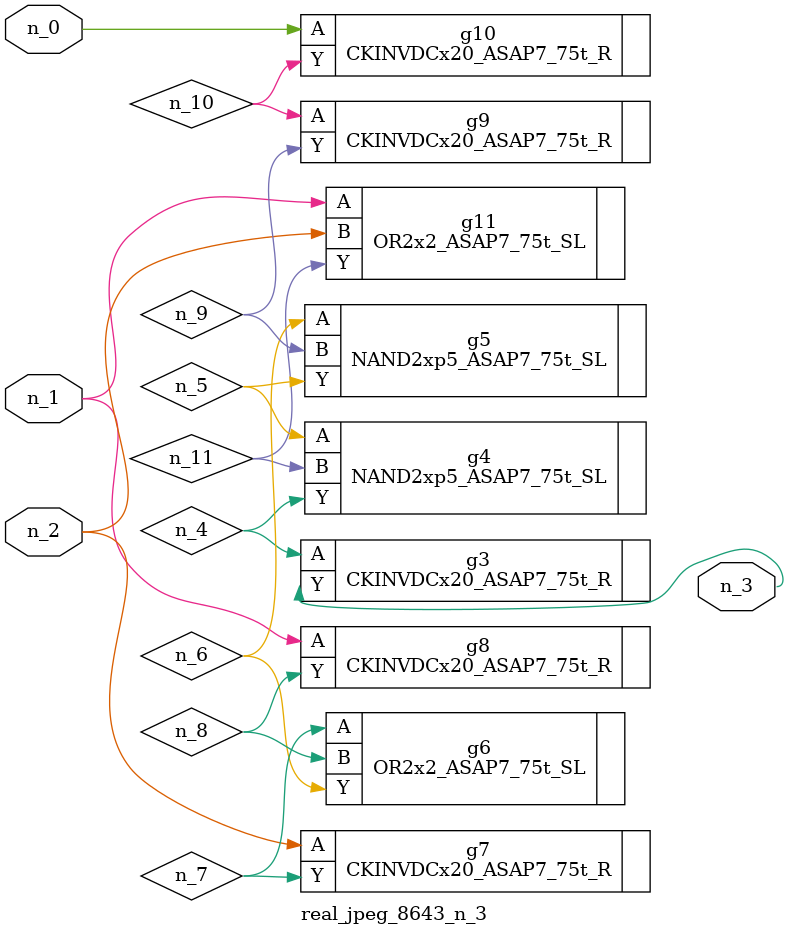
<source format=v>
module real_jpeg_8643_n_3 (n_1, n_0, n_2, n_3);

input n_1;
input n_0;
input n_2;

output n_3;

wire n_5;
wire n_4;
wire n_8;
wire n_11;
wire n_6;
wire n_7;
wire n_10;
wire n_9;

CKINVDCx20_ASAP7_75t_R g10 ( 
.A(n_0),
.Y(n_10)
);

CKINVDCx20_ASAP7_75t_R g8 ( 
.A(n_1),
.Y(n_8)
);

OR2x2_ASAP7_75t_SL g11 ( 
.A(n_1),
.B(n_2),
.Y(n_11)
);

CKINVDCx20_ASAP7_75t_R g7 ( 
.A(n_2),
.Y(n_7)
);

CKINVDCx20_ASAP7_75t_R g3 ( 
.A(n_4),
.Y(n_3)
);

NAND2xp5_ASAP7_75t_SL g4 ( 
.A(n_5),
.B(n_11),
.Y(n_4)
);

NAND2xp5_ASAP7_75t_SL g5 ( 
.A(n_6),
.B(n_9),
.Y(n_5)
);

OR2x2_ASAP7_75t_SL g6 ( 
.A(n_7),
.B(n_8),
.Y(n_6)
);

CKINVDCx20_ASAP7_75t_R g9 ( 
.A(n_10),
.Y(n_9)
);


endmodule
</source>
